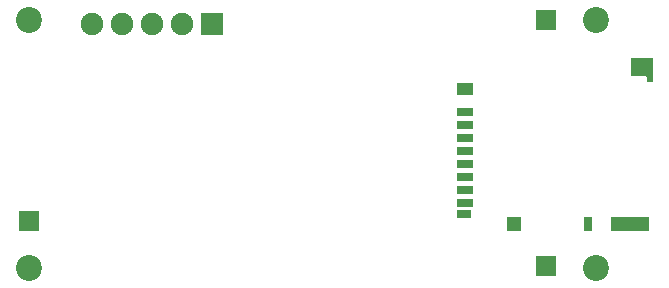
<source format=gbr>
%TF.GenerationSoftware,KiCad,Pcbnew,9.0.3-1.fc42*%
%TF.CreationDate,2025-07-19T22:58:11+02:00*%
%TF.ProjectId,yasio,79617369-6f2e-46b6-9963-61645f706362,rev?*%
%TF.SameCoordinates,Original*%
%TF.FileFunction,Soldermask,Bot*%
%TF.FilePolarity,Negative*%
%FSLAX46Y46*%
G04 Gerber Fmt 4.6, Leading zero omitted, Abs format (unit mm)*
G04 Created by KiCad (PCBNEW 9.0.3-1.fc42) date 2025-07-19 22:58:11*
%MOMM*%
%LPD*%
G01*
G04 APERTURE LIST*
G04 Aperture macros list*
%AMRotRect*
0 Rectangle, with rotation*
0 The origin of the aperture is its center*
0 $1 length*
0 $2 width*
0 $3 Rotation angle, in degrees counterclockwise*
0 Add horizontal line*
21,1,$1,$2,0,0,$3*%
G04 Aperture macros list end*
%ADD10R,1.700000X1.700000*%
%ADD11C,2.200000*%
%ADD12R,1.900000X1.900000*%
%ADD13O,1.900000X1.900000*%
%ADD14R,1.400000X0.700000*%
%ADD15R,1.200000X0.700000*%
%ADD16R,0.800000X1.200000*%
%ADD17R,1.900000X1.500000*%
%ADD18RotRect,0.200000X0.200000X225.000000*%
%ADD19R,0.500000X0.500000*%
%ADD20R,1.400000X1.000000*%
%ADD21R,3.200000X1.200000*%
%ADD22R,1.200000X1.200000*%
G04 APERTURE END LIST*
D10*
%TO.C,J2*%
X145800000Y-122800000D03*
%TD*%
D11*
%TO.C,H2*%
X150000000Y-102000000D03*
%TD*%
%TO.C,H3*%
X102000000Y-123000000D03*
%TD*%
D10*
%TO.C,J5*%
X102000000Y-119000000D03*
%TD*%
D11*
%TO.C,H1*%
X102000000Y-102000000D03*
%TD*%
D12*
%TO.C,J1*%
X117475000Y-102300000D03*
D13*
X114935000Y-102300000D03*
X112395000Y-102300000D03*
X109855000Y-102300000D03*
X107315000Y-102300000D03*
%TD*%
D10*
%TO.C,J4*%
X145800000Y-102000000D03*
%TD*%
D11*
%TO.C,H4*%
X150000000Y-123000000D03*
%TD*%
D14*
%TO.C,J3*%
X138900000Y-109755000D03*
X138900000Y-110855000D03*
X138900000Y-111955000D03*
X138900000Y-113055000D03*
X138900000Y-114155000D03*
X138900000Y-115255000D03*
X138900000Y-116355000D03*
X138900000Y-117455000D03*
D15*
X138800000Y-118405000D03*
D16*
X149300000Y-119255000D03*
D17*
X153900000Y-105955000D03*
D18*
X154350000Y-106705000D03*
D19*
X154600000Y-106955000D03*
D20*
X138900000Y-107855000D03*
D21*
X152900000Y-119255000D03*
D22*
X143100000Y-119255000D03*
%TD*%
M02*

</source>
